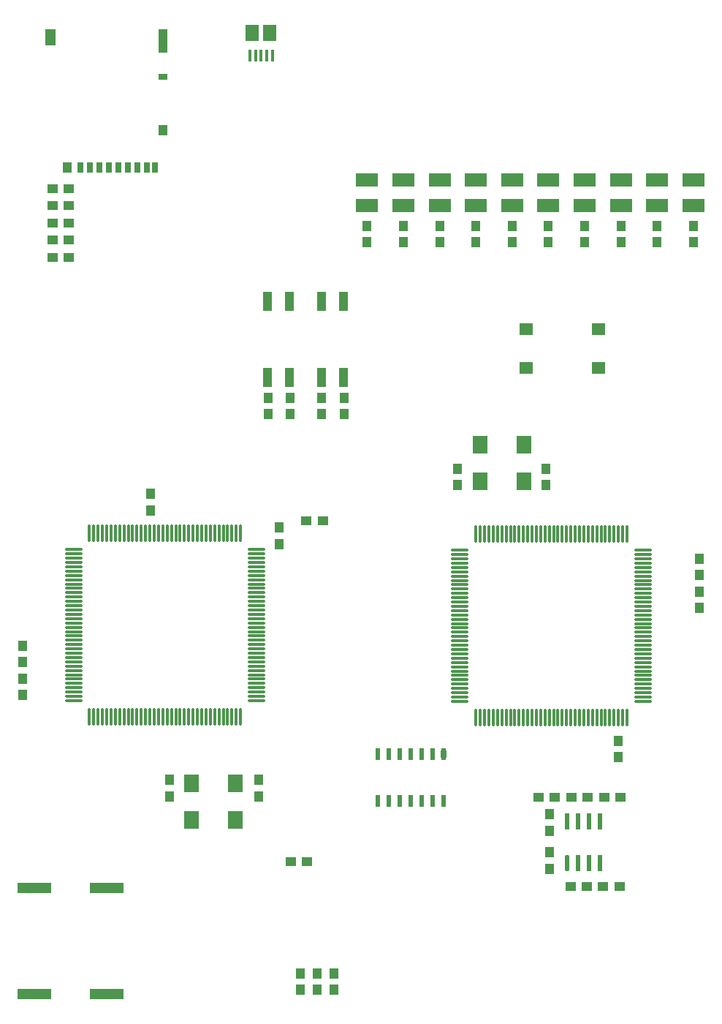
<source format=gtp>
G04 Layer_Color=8421504*
%FSLAX44Y44*%
%MOMM*%
G71*
G01*
G75*
%ADD12R,1.2000X1.1400*%
%ADD13R,1.1400X1.2000*%
%ADD14R,1.1000X2.2000*%
%ADD15R,3.9000X1.3000*%
%ADD16R,1.8000X2.0000*%
%ADD17R,0.6000X1.4500*%
%ADD18O,0.6000X1.4500*%
%ADD19R,1.6000X1.4000*%
%ADD20O,2.1000X0.3000*%
%ADD21O,0.3000X2.1000*%
%ADD22O,0.5500X1.9500*%
%ADD23R,0.5500X1.9500*%
%ADD24R,2.6000X1.5000*%
%ADD25R,0.4000X1.3500*%
%ADD26R,1.5000X1.9000*%
%ADD27R,1.0000X1.2000*%
%ADD28R,0.7000X1.2000*%
%ADD29R,1.0000X0.8000*%
%ADD30R,1.0000X2.8000*%
%ADD31R,1.3000X1.9000*%
D12*
X393500Y750000D02*
D03*
X412500D02*
D03*
X375500Y356000D02*
D03*
X394500D02*
D03*
X757500Y430000D02*
D03*
X738500D02*
D03*
X700500D02*
D03*
X719500D02*
D03*
X681500D02*
D03*
X662500D02*
D03*
X718500Y327000D02*
D03*
X699500D02*
D03*
X737500D02*
D03*
X756500D02*
D03*
X118500Y1115000D02*
D03*
X99500D02*
D03*
X118500Y1095000D02*
D03*
X99500D02*
D03*
X118500Y1075000D02*
D03*
X99500D02*
D03*
X118500Y1055000D02*
D03*
X99500D02*
D03*
X118500Y1135000D02*
D03*
X99500D02*
D03*
D13*
X362000Y723500D02*
D03*
Y742500D02*
D03*
X213000Y781500D02*
D03*
Y762500D02*
D03*
X755000Y476500D02*
D03*
Y495500D02*
D03*
X411000Y892500D02*
D03*
Y873500D02*
D03*
X437000Y892500D02*
D03*
Y873500D02*
D03*
X349000Y892500D02*
D03*
Y873500D02*
D03*
X375000Y892500D02*
D03*
Y873500D02*
D03*
X675000Y347500D02*
D03*
Y366500D02*
D03*
X65000Y567500D02*
D03*
Y548500D02*
D03*
Y586500D02*
D03*
Y605500D02*
D03*
X849000Y706500D02*
D03*
Y687500D02*
D03*
Y649500D02*
D03*
Y668500D02*
D03*
X675000Y391500D02*
D03*
Y410500D02*
D03*
X406250Y226500D02*
D03*
Y207500D02*
D03*
X386250Y226500D02*
D03*
Y207500D02*
D03*
X425750Y226500D02*
D03*
Y207500D02*
D03*
X338000Y431500D02*
D03*
Y450500D02*
D03*
X235000Y450500D02*
D03*
Y431500D02*
D03*
X569000Y810500D02*
D03*
Y791500D02*
D03*
X671000Y791500D02*
D03*
Y810500D02*
D03*
X800000Y1091500D02*
D03*
Y1072500D02*
D03*
X758000D02*
D03*
Y1091500D02*
D03*
X716000D02*
D03*
Y1072500D02*
D03*
X674000D02*
D03*
Y1091500D02*
D03*
X632000D02*
D03*
Y1072500D02*
D03*
X590000D02*
D03*
Y1091500D02*
D03*
X548000D02*
D03*
Y1072500D02*
D03*
X506000D02*
D03*
Y1091500D02*
D03*
X464000D02*
D03*
Y1072500D02*
D03*
X842000Y1091500D02*
D03*
Y1072500D02*
D03*
D14*
X348800Y1004000D02*
D03*
X374200D02*
D03*
Y916001D02*
D03*
X348800D02*
D03*
X411300D02*
D03*
X436700D02*
D03*
X436700Y1004000D02*
D03*
X411300D02*
D03*
D15*
X162000Y325000D02*
D03*
X78000D02*
D03*
Y202500D02*
D03*
X162000D02*
D03*
D16*
X311500Y404000D02*
D03*
Y446000D02*
D03*
X260700Y404000D02*
D03*
Y446000D02*
D03*
X595000Y838000D02*
D03*
Y796000D02*
D03*
X645800Y838000D02*
D03*
Y796000D02*
D03*
D17*
X475900Y425750D02*
D03*
X488600D02*
D03*
X501300D02*
D03*
X514000D02*
D03*
X526700D02*
D03*
X539400D02*
D03*
X552100D02*
D03*
X475900Y480250D02*
D03*
X488600D02*
D03*
X501300D02*
D03*
X514000D02*
D03*
X526700D02*
D03*
X539400D02*
D03*
D18*
X552100D02*
D03*
D19*
X648000Y972500D02*
D03*
Y927500D02*
D03*
X732000Y972500D02*
D03*
Y927500D02*
D03*
D20*
X783500Y716250D02*
D03*
Y711250D02*
D03*
Y706250D02*
D03*
Y701250D02*
D03*
Y696250D02*
D03*
Y691250D02*
D03*
Y686250D02*
D03*
Y681250D02*
D03*
Y676250D02*
D03*
Y671250D02*
D03*
Y666250D02*
D03*
Y661250D02*
D03*
Y656250D02*
D03*
Y651250D02*
D03*
Y646250D02*
D03*
Y641250D02*
D03*
Y636250D02*
D03*
Y631250D02*
D03*
Y626250D02*
D03*
Y621250D02*
D03*
Y616250D02*
D03*
Y611250D02*
D03*
Y606250D02*
D03*
Y601250D02*
D03*
Y596250D02*
D03*
Y591250D02*
D03*
Y586250D02*
D03*
Y581250D02*
D03*
Y576250D02*
D03*
Y571250D02*
D03*
Y566250D02*
D03*
Y561250D02*
D03*
Y556250D02*
D03*
Y551250D02*
D03*
Y546250D02*
D03*
Y541250D02*
D03*
X571500D02*
D03*
Y546250D02*
D03*
Y551250D02*
D03*
Y556250D02*
D03*
Y561250D02*
D03*
Y566250D02*
D03*
Y571250D02*
D03*
Y576250D02*
D03*
Y581250D02*
D03*
Y586250D02*
D03*
Y591250D02*
D03*
Y596250D02*
D03*
Y601250D02*
D03*
Y606250D02*
D03*
Y611250D02*
D03*
Y616250D02*
D03*
Y621250D02*
D03*
Y626250D02*
D03*
Y631250D02*
D03*
Y636250D02*
D03*
Y641250D02*
D03*
Y646250D02*
D03*
Y651250D02*
D03*
Y656250D02*
D03*
Y661250D02*
D03*
Y666250D02*
D03*
Y671250D02*
D03*
Y676250D02*
D03*
Y681250D02*
D03*
Y686250D02*
D03*
Y691250D02*
D03*
Y696250D02*
D03*
Y701250D02*
D03*
Y706250D02*
D03*
Y711250D02*
D03*
Y716250D02*
D03*
X123750Y542000D02*
D03*
Y547000D02*
D03*
Y552000D02*
D03*
Y557000D02*
D03*
Y562000D02*
D03*
Y567000D02*
D03*
Y572000D02*
D03*
Y577000D02*
D03*
Y582000D02*
D03*
Y587000D02*
D03*
Y592000D02*
D03*
Y597000D02*
D03*
Y602000D02*
D03*
Y607000D02*
D03*
Y612000D02*
D03*
Y617000D02*
D03*
Y622000D02*
D03*
Y627000D02*
D03*
Y632000D02*
D03*
Y637000D02*
D03*
Y642000D02*
D03*
Y647000D02*
D03*
Y652000D02*
D03*
Y657000D02*
D03*
Y662000D02*
D03*
Y667000D02*
D03*
Y672000D02*
D03*
Y677000D02*
D03*
Y682000D02*
D03*
Y687000D02*
D03*
Y692000D02*
D03*
Y697000D02*
D03*
Y702000D02*
D03*
Y707000D02*
D03*
Y712000D02*
D03*
Y717000D02*
D03*
X335750D02*
D03*
Y712000D02*
D03*
Y707000D02*
D03*
Y702000D02*
D03*
Y697000D02*
D03*
Y692000D02*
D03*
Y687000D02*
D03*
Y682000D02*
D03*
Y677000D02*
D03*
Y672000D02*
D03*
Y667000D02*
D03*
Y662000D02*
D03*
Y657000D02*
D03*
Y652000D02*
D03*
Y647000D02*
D03*
Y642000D02*
D03*
Y637000D02*
D03*
Y632000D02*
D03*
Y627000D02*
D03*
Y622000D02*
D03*
Y617000D02*
D03*
Y612000D02*
D03*
Y607000D02*
D03*
Y602000D02*
D03*
Y597000D02*
D03*
Y592000D02*
D03*
Y587000D02*
D03*
Y582000D02*
D03*
Y577000D02*
D03*
Y572000D02*
D03*
Y567000D02*
D03*
Y562000D02*
D03*
Y557000D02*
D03*
Y552000D02*
D03*
Y547000D02*
D03*
Y542000D02*
D03*
D21*
X765000Y522750D02*
D03*
X760000D02*
D03*
X755000D02*
D03*
X750000D02*
D03*
X745000D02*
D03*
X740000D02*
D03*
X735000D02*
D03*
X730000D02*
D03*
X725000D02*
D03*
X720000D02*
D03*
X715000D02*
D03*
X710000D02*
D03*
X705000D02*
D03*
X700000D02*
D03*
X695000D02*
D03*
X690000D02*
D03*
X685000D02*
D03*
X680000D02*
D03*
X675000D02*
D03*
X670000D02*
D03*
X665000D02*
D03*
X660000D02*
D03*
X655000D02*
D03*
X650000D02*
D03*
X645000D02*
D03*
X640000D02*
D03*
X635000D02*
D03*
X630000D02*
D03*
X625000D02*
D03*
X620000D02*
D03*
X615000D02*
D03*
X610000D02*
D03*
X605000D02*
D03*
X600000D02*
D03*
X595000D02*
D03*
X590000D02*
D03*
Y734750D02*
D03*
X595000D02*
D03*
X600000D02*
D03*
X605000D02*
D03*
X610000D02*
D03*
X615000D02*
D03*
X620000D02*
D03*
X625000D02*
D03*
X630000D02*
D03*
X635000D02*
D03*
X640000D02*
D03*
X645000D02*
D03*
X650000D02*
D03*
X655000D02*
D03*
X660000D02*
D03*
X665000D02*
D03*
X670000D02*
D03*
X675000D02*
D03*
X680000D02*
D03*
X685000D02*
D03*
X690000D02*
D03*
X695000D02*
D03*
X700000D02*
D03*
X705000D02*
D03*
X710000D02*
D03*
X715000D02*
D03*
X720000D02*
D03*
X725000D02*
D03*
X730000D02*
D03*
X735000D02*
D03*
X740000D02*
D03*
X745000D02*
D03*
X750000D02*
D03*
X755000D02*
D03*
X760000D02*
D03*
X765000D02*
D03*
X142250Y735500D02*
D03*
X147250D02*
D03*
X152250D02*
D03*
X157250D02*
D03*
X162250D02*
D03*
X167250D02*
D03*
X172250D02*
D03*
X177250D02*
D03*
X182250D02*
D03*
X187250D02*
D03*
X192250D02*
D03*
X197250D02*
D03*
X202250D02*
D03*
X207250D02*
D03*
X212250D02*
D03*
X217250D02*
D03*
X222250D02*
D03*
X227250D02*
D03*
X232250D02*
D03*
X237250D02*
D03*
X242250D02*
D03*
X247250D02*
D03*
X252250D02*
D03*
X257250D02*
D03*
X262250D02*
D03*
X267250D02*
D03*
X272250D02*
D03*
X277250D02*
D03*
X282250D02*
D03*
X287250D02*
D03*
X292250D02*
D03*
X297250D02*
D03*
X302250D02*
D03*
X307250D02*
D03*
X312250D02*
D03*
X317250D02*
D03*
Y523500D02*
D03*
X312250D02*
D03*
X307250D02*
D03*
X302250D02*
D03*
X297250D02*
D03*
X292250D02*
D03*
X287250D02*
D03*
X282250D02*
D03*
X277250D02*
D03*
X272250D02*
D03*
X267250D02*
D03*
X262250D02*
D03*
X257250D02*
D03*
X252250D02*
D03*
X247250D02*
D03*
X242250D02*
D03*
X237250D02*
D03*
X232250D02*
D03*
X227250D02*
D03*
X222250D02*
D03*
X217250D02*
D03*
X212250D02*
D03*
X207250D02*
D03*
X202250D02*
D03*
X197250D02*
D03*
X192250D02*
D03*
X187250D02*
D03*
X182250D02*
D03*
X177250D02*
D03*
X172250D02*
D03*
X167250D02*
D03*
X162250D02*
D03*
X157250D02*
D03*
X152250D02*
D03*
X147250D02*
D03*
X142250D02*
D03*
D22*
X696000Y354000D02*
D03*
D23*
X708700D02*
D03*
X721400D02*
D03*
X734100D02*
D03*
X696000Y402000D02*
D03*
X708700D02*
D03*
X721400D02*
D03*
X734100D02*
D03*
D24*
X464000Y1115000D02*
D03*
Y1145000D02*
D03*
X506000D02*
D03*
Y1115000D02*
D03*
X548000D02*
D03*
Y1145000D02*
D03*
X590000D02*
D03*
Y1115000D02*
D03*
X632000D02*
D03*
Y1145000D02*
D03*
X674000D02*
D03*
Y1115000D02*
D03*
X716000D02*
D03*
Y1145000D02*
D03*
X758000D02*
D03*
Y1115000D02*
D03*
X800000D02*
D03*
Y1145000D02*
D03*
X842000D02*
D03*
Y1115000D02*
D03*
D25*
X328000Y1288500D02*
D03*
X334500D02*
D03*
X341000D02*
D03*
X347500D02*
D03*
X354000D02*
D03*
D26*
X331000Y1315375D02*
D03*
X351000D02*
D03*
D27*
X227250Y1202000D02*
D03*
X116250Y1159000D02*
D03*
D28*
X131750D02*
D03*
X142750D02*
D03*
X153750D02*
D03*
X164750D02*
D03*
X175750D02*
D03*
X186750D02*
D03*
X197750D02*
D03*
X208750D02*
D03*
X218250D02*
D03*
D29*
X227250Y1264000D02*
D03*
D30*
Y1305500D02*
D03*
D31*
X97000Y1310000D02*
D03*
M02*

</source>
